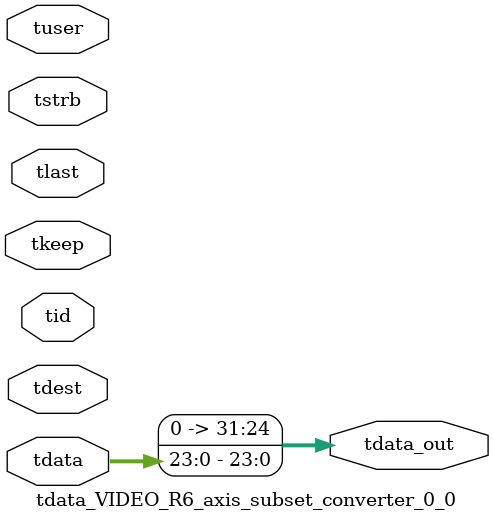
<source format=v>


`timescale 1ps/1ps

module tdata_VIDEO_R6_axis_subset_converter_0_0 #
(
parameter C_S_AXIS_TDATA_WIDTH = 32,
parameter C_S_AXIS_TUSER_WIDTH = 0,
parameter C_S_AXIS_TID_WIDTH   = 0,
parameter C_S_AXIS_TDEST_WIDTH = 0,
parameter C_M_AXIS_TDATA_WIDTH = 32
)
(
input  [(C_S_AXIS_TDATA_WIDTH == 0 ? 1 : C_S_AXIS_TDATA_WIDTH)-1:0     ] tdata,
input  [(C_S_AXIS_TUSER_WIDTH == 0 ? 1 : C_S_AXIS_TUSER_WIDTH)-1:0     ] tuser,
input  [(C_S_AXIS_TID_WIDTH   == 0 ? 1 : C_S_AXIS_TID_WIDTH)-1:0       ] tid,
input  [(C_S_AXIS_TDEST_WIDTH == 0 ? 1 : C_S_AXIS_TDEST_WIDTH)-1:0     ] tdest,
input  [(C_S_AXIS_TDATA_WIDTH/8)-1:0 ] tkeep,
input  [(C_S_AXIS_TDATA_WIDTH/8)-1:0 ] tstrb,
input                                                                    tlast,
output [C_M_AXIS_TDATA_WIDTH-1:0] tdata_out
);

assign tdata_out = {tdata[23:0]};

endmodule


</source>
